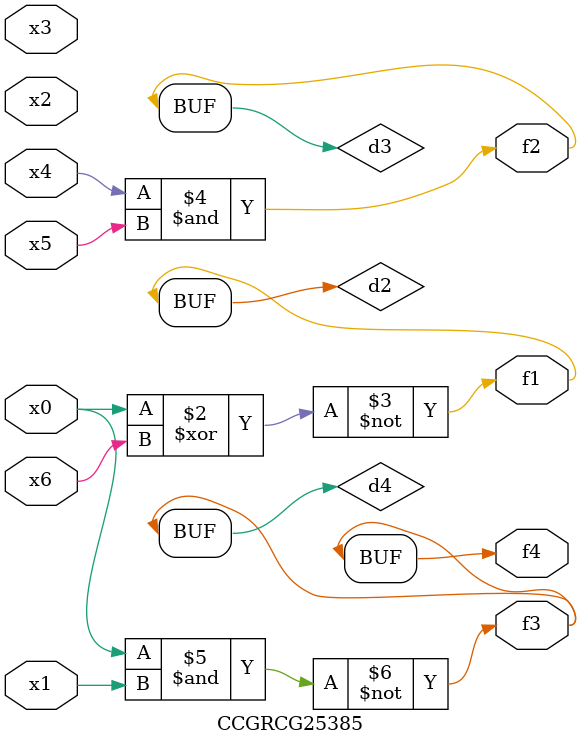
<source format=v>
module CCGRCG25385(
	input x0, x1, x2, x3, x4, x5, x6,
	output f1, f2, f3, f4
);

	wire d1, d2, d3, d4;

	nor (d1, x0);
	xnor (d2, x0, x6);
	and (d3, x4, x5);
	nand (d4, x0, x1);
	assign f1 = d2;
	assign f2 = d3;
	assign f3 = d4;
	assign f4 = d4;
endmodule

</source>
